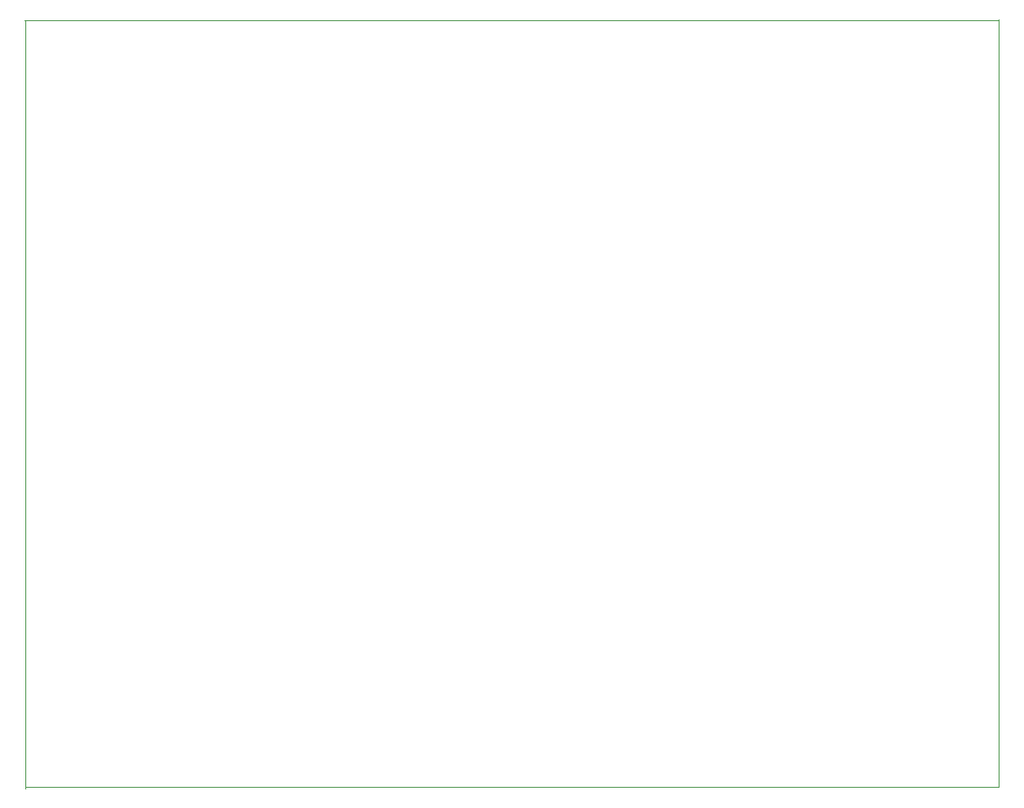
<source format=gbr>
%TF.GenerationSoftware,KiCad,Pcbnew,(5.0.2)-1*%
%TF.CreationDate,2019-01-28T10:12:54+09:00*%
%TF.ProjectId,12f675-mppt,31326636-3735-42d6-9d70-70742e6b6963,rev?*%
%TF.SameCoordinates,Original*%
%TF.FileFunction,Profile,NP*%
%FSLAX46Y46*%
G04 Gerber Fmt 4.6, Leading zero omitted, Abs format (unit mm)*
G04 Created by KiCad (PCBNEW (5.0.2)-1) date 2019-01-28 오전 10:12:54*
%MOMM*%
%LPD*%
G01*
G04 APERTURE LIST*
%ADD10C,0.100000*%
G04 APERTURE END LIST*
D10*
X32232600Y-36235640D02*
X32232600Y-113243360D01*
X129773680Y-36271200D02*
X32171640Y-36271200D01*
X129783840Y-113096040D02*
X129783840Y-36184840D01*
X32293560Y-113096040D02*
X129783840Y-113096040D01*
M02*

</source>
